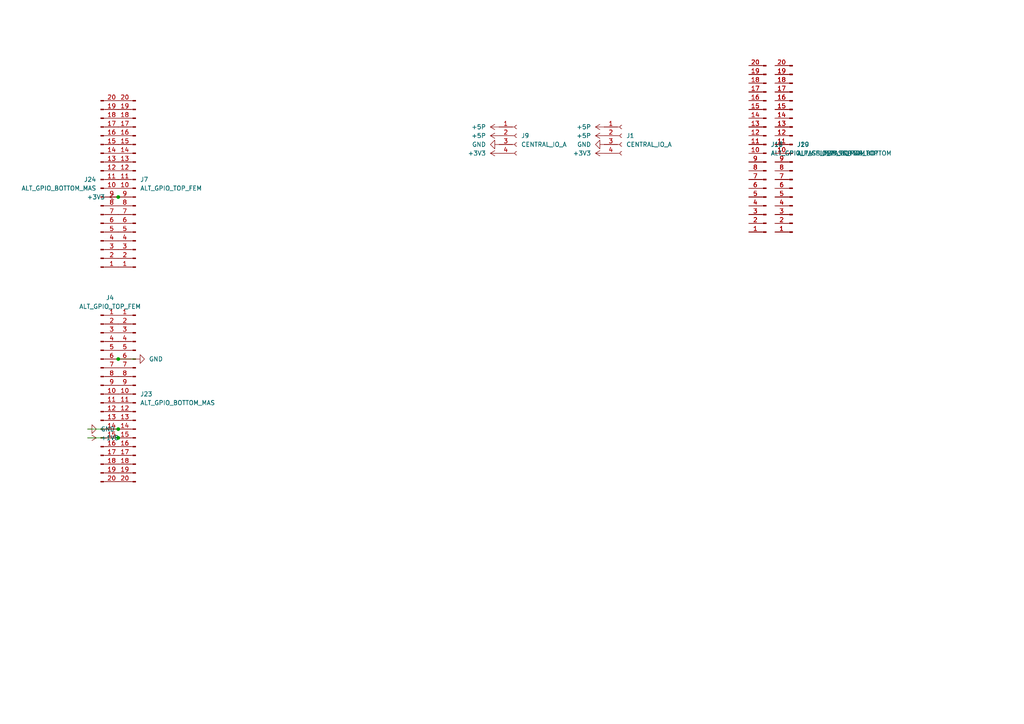
<source format=kicad_sch>
(kicad_sch (version 20210621) (generator eeschema)
  (paper "A4")
  (lib_symbols
    (symbol "Connector:Conn_01x04_Female" (pin_names (offset 1.016) hide)
      (property "Reference" "J" (at 0 5.08 0))
      (property "Value" "Conn_01x04_Female" (at 0 -7.62 0))
      (symbol "Conn_01x04_Female_1_1"
        (arc (start 0 -4.572) (end 0 -5.588) (radius (at 0 -5.08) (length 0.508) (angles 90.1 -90.1)) (stroke (width 0.1524)))
        (arc (start 0 -2.032) (end 0 -3.048) (radius (at 0 -2.54) (length 0.508) (angles 90.1 -90.1)) (stroke (width 0.1524)))
        (arc (start 0 0.508) (end 0 -0.508) (radius (at 0 0) (length 0.508) (angles 90.1 -90.1)) (stroke (width 0.1524)))
        (arc (start 0 3.048) (end 0 2.032) (radius (at 0 2.54) (length 0.508) (angles 90.1 -90.1)) (stroke (width 0.1524)))
        (polyline (pts (xy -1.27 -5.08) (xy -0.508 -5.08)) (stroke (width 0.1524)))
        (polyline (pts (xy -1.27 -2.54) (xy -0.508 -2.54)) (stroke (width 0.1524)))
        (polyline (pts (xy -1.27 0) (xy -0.508 0)) (stroke (width 0.1524)))
        (polyline (pts (xy -1.27 2.54) (xy -0.508 2.54)) (stroke (width 0.1524)))
        (pin passive line (at -5.08 2.54 0) (length 3.81) (name "Pin_1") (number "1"))
        (pin passive line (at -5.08 0 0) (length 3.81) (name "Pin_2") (number "2"))
        (pin passive line (at -5.08 -2.54 0) (length 3.81) (name "Pin_3") (number "3"))
        (pin passive line (at -5.08 -5.08 0) (length 3.81) (name "Pin_4") (number "4"))
      )
    )
    (symbol "Connector:Conn_01x20_Male" (pin_names (offset 1.016) hide)
      (property "Reference" "J" (at 0 25.4 0))
      (property "Value" "Conn_01x20_Male" (at 0 -27.94 0))
      (symbol "Conn_01x20_Male_1_1"
        (rectangle (start 0.8636 -25.273) (end 0 -25.527) (stroke (width 0.1524)) (fill (type outline)))
        (rectangle (start 0.8636 -22.733) (end 0 -22.987) (stroke (width 0.1524)) (fill (type outline)))
        (rectangle (start 0.8636 -20.193) (end 0 -20.447) (stroke (width 0.1524)) (fill (type outline)))
        (rectangle (start 0.8636 -17.653) (end 0 -17.907) (stroke (width 0.1524)) (fill (type outline)))
        (rectangle (start 0.8636 -15.113) (end 0 -15.367) (stroke (width 0.1524)) (fill (type outline)))
        (rectangle (start 0.8636 -12.573) (end 0 -12.827) (stroke (width 0.1524)) (fill (type outline)))
        (rectangle (start 0.8636 -10.033) (end 0 -10.287) (stroke (width 0.1524)) (fill (type outline)))
        (rectangle (start 0.8636 -7.493) (end 0 -7.747) (stroke (width 0.1524)) (fill (type outline)))
        (rectangle (start 0.8636 -4.953) (end 0 -5.207) (stroke (width 0.1524)) (fill (type outline)))
        (rectangle (start 0.8636 -2.413) (end 0 -2.667) (stroke (width 0.1524)) (fill (type outline)))
        (rectangle (start 0.8636 0.127) (end 0 -0.127) (stroke (width 0.1524)) (fill (type outline)))
        (rectangle (start 0.8636 2.667) (end 0 2.413) (stroke (width 0.1524)) (fill (type outline)))
        (rectangle (start 0.8636 5.207) (end 0 4.953) (stroke (width 0.1524)) (fill (type outline)))
        (rectangle (start 0.8636 7.747) (end 0 7.493) (stroke (width 0.1524)) (fill (type outline)))
        (rectangle (start 0.8636 10.287) (end 0 10.033) (stroke (width 0.1524)) (fill (type outline)))
        (rectangle (start 0.8636 12.827) (end 0 12.573) (stroke (width 0.1524)) (fill (type outline)))
        (rectangle (start 0.8636 15.367) (end 0 15.113) (stroke (width 0.1524)) (fill (type outline)))
        (rectangle (start 0.8636 17.907) (end 0 17.653) (stroke (width 0.1524)) (fill (type outline)))
        (rectangle (start 0.8636 20.447) (end 0 20.193) (stroke (width 0.1524)) (fill (type outline)))
        (rectangle (start 0.8636 22.987) (end 0 22.733) (stroke (width 0.1524)) (fill (type outline)))
        (polyline (pts (xy 1.27 -25.4) (xy 0.8636 -25.4)) (stroke (width 0.1524)))
        (polyline (pts (xy 1.27 -22.86) (xy 0.8636 -22.86)) (stroke (width 0.1524)))
        (polyline (pts (xy 1.27 -20.32) (xy 0.8636 -20.32)) (stroke (width 0.1524)))
        (polyline (pts (xy 1.27 -17.78) (xy 0.8636 -17.78)) (stroke (width 0.1524)))
        (polyline (pts (xy 1.27 -15.24) (xy 0.8636 -15.24)) (stroke (width 0.1524)))
        (polyline (pts (xy 1.27 -12.7) (xy 0.8636 -12.7)) (stroke (width 0.1524)))
        (polyline (pts (xy 1.27 -10.16) (xy 0.8636 -10.16)) (stroke (width 0.1524)))
        (polyline (pts (xy 1.27 -7.62) (xy 0.8636 -7.62)) (stroke (width 0.1524)))
        (polyline (pts (xy 1.27 -5.08) (xy 0.8636 -5.08)) (stroke (width 0.1524)))
        (polyline (pts (xy 1.27 -2.54) (xy 0.8636 -2.54)) (stroke (width 0.1524)))
        (polyline (pts (xy 1.27 0) (xy 0.8636 0)) (stroke (width 0.1524)))
        (polyline (pts (xy 1.27 2.54) (xy 0.8636 2.54)) (stroke (width 0.1524)))
        (polyline (pts (xy 1.27 5.08) (xy 0.8636 5.08)) (stroke (width 0.1524)))
        (polyline (pts (xy 1.27 7.62) (xy 0.8636 7.62)) (stroke (width 0.1524)))
        (polyline (pts (xy 1.27 10.16) (xy 0.8636 10.16)) (stroke (width 0.1524)))
        (polyline (pts (xy 1.27 12.7) (xy 0.8636 12.7)) (stroke (width 0.1524)))
        (polyline (pts (xy 1.27 15.24) (xy 0.8636 15.24)) (stroke (width 0.1524)))
        (polyline (pts (xy 1.27 17.78) (xy 0.8636 17.78)) (stroke (width 0.1524)))
        (polyline (pts (xy 1.27 20.32) (xy 0.8636 20.32)) (stroke (width 0.1524)))
        (polyline (pts (xy 1.27 22.86) (xy 0.8636 22.86)) (stroke (width 0.1524)))
        (pin passive line (at 5.08 22.86 180) (length 3.81) (name "Pin_1") (number "1"))
        (pin passive line (at 5.08 0 180) (length 3.81) (name "Pin_10") (number "10"))
        (pin passive line (at 5.08 -2.54 180) (length 3.81) (name "Pin_11") (number "11"))
        (pin passive line (at 5.08 -5.08 180) (length 3.81) (name "Pin_12") (number "12"))
        (pin passive line (at 5.08 -7.62 180) (length 3.81) (name "Pin_13") (number "13"))
        (pin passive line (at 5.08 -10.16 180) (length 3.81) (name "Pin_14") (number "14"))
        (pin passive line (at 5.08 -12.7 180) (length 3.81) (name "Pin_15") (number "15"))
        (pin passive line (at 5.08 -15.24 180) (length 3.81) (name "Pin_16") (number "16"))
        (pin passive line (at 5.08 -17.78 180) (length 3.81) (name "Pin_17") (number "17"))
        (pin passive line (at 5.08 -20.32 180) (length 3.81) (name "Pin_18") (number "18"))
        (pin passive line (at 5.08 -22.86 180) (length 3.81) (name "Pin_19") (number "19"))
        (pin passive line (at 5.08 20.32 180) (length 3.81) (name "Pin_2") (number "2"))
        (pin passive line (at 5.08 -25.4 180) (length 3.81) (name "Pin_20") (number "20"))
        (pin passive line (at 5.08 17.78 180) (length 3.81) (name "Pin_3") (number "3"))
        (pin passive line (at 5.08 15.24 180) (length 3.81) (name "Pin_4") (number "4"))
        (pin passive line (at 5.08 12.7 180) (length 3.81) (name "Pin_5") (number "5"))
        (pin passive line (at 5.08 10.16 180) (length 3.81) (name "Pin_6") (number "6"))
        (pin passive line (at 5.08 7.62 180) (length 3.81) (name "Pin_7") (number "7"))
        (pin passive line (at 5.08 5.08 180) (length 3.81) (name "Pin_8") (number "8"))
        (pin passive line (at 5.08 2.54 180) (length 3.81) (name "Pin_9") (number "9"))
      )
    )
    (symbol "power:+1V8" (power) (pin_names (offset 0))
      (property "Value" "+1V8" (at 0 3.556 0))
      (symbol "+1V8_0_1"
        (polyline (pts (xy -0.762 1.27) (xy 0 2.54)))
        (polyline (pts (xy 0 0) (xy 0 2.54)))
        (polyline (pts (xy 0 2.54) (xy 0.762 1.27)))
      )
      (symbol "+1V8_1_1"
        (pin power_in line (at 0 0 90) (length 0) hide (name "+1V8") (number "1"))
      )
    )
    (symbol "power:+3.3V" (power) (pin_names (offset 0))
      (property "Value" "+3.3V" (at 0 3.556 0))
      (symbol "+3.3V_0_1"
        (polyline (pts (xy -0.762 1.27) (xy 0 2.54)))
        (polyline (pts (xy 0 0) (xy 0 2.54)))
        (polyline (pts (xy 0 2.54) (xy 0.762 1.27)))
      )
      (symbol "+3.3V_1_1"
        (pin power_in line (at 0 0 90) (length 0) hide (name "+3V3") (number "1"))
      )
    )
    (symbol "power:+5P" (power) (pin_names (offset 0))
      (property "Value" "+5P" (at 0 3.556 0))
      (symbol "+5P_0_1"
        (polyline (pts (xy -0.762 1.27) (xy 0 2.54)))
        (polyline (pts (xy 0 0) (xy 0 2.54)))
        (polyline (pts (xy 0 2.54) (xy 0.762 1.27)))
      )
      (symbol "+5P_1_1"
        (pin power_in line (at 0 0 90) (length 0) hide (name "+5P") (number "1"))
      )
    )
    (symbol "power:GND" (power) (pin_names (offset 0))
      (property "Value" "GND" (at 0 -3.81 0))
      (symbol "GND_0_1"
        (polyline (pts (xy 0 0) (xy 0 -1.27) (xy 1.27 -1.27) (xy 0 -2.54) (xy -1.27 -1.27) (xy 0 -1.27)))
      )
      (symbol "GND_1_1"
        (pin power_in line (at 0 0 270) (length 0) hide (name "GND") (number "1"))
      )
    )
  )
  (junction (at 34.29 57.15) (diameter 0.9144))
  (junction (at 34.29 104.14) (diameter 0.9144))
  (junction (at 34.29 124.46) (diameter 0.9144))
  (junction (at 34.29 127) (diameter 0.9144))
  (wire (pts (xy 25.4 124.46) (xy 34.29 124.46)))
  (wire (pts (xy 25.4 127) (xy 34.29 127)))
  (wire (pts (xy 34.29 104.14) (xy 39.37 104.14)))
  (symbol (lib_id "power:+1V8") (at 25.4 127 270) (unit 1)
    (property "Reference" "#PWR010" (effects hide))
    (property "Value" "+1V8" (at 29.21 126.9999 90) (effects (justify left)))
  )
  (symbol (lib_id "power:+3.3V") (at 34.29 57.15 90) (unit 1)
    (property "Reference" "#PWR045" (effects hide))
    (property "Value" "+3.3V" (at 30.48 57.1499 90) (effects (justify left)))
  )
  (symbol (lib_id "power:+5P") (at 144.78 36.83 90) (unit 1)
    (property "Reference" "#PWR0105" (effects hide))
    (property "Value" "+5P" (at 140.97 36.8299 90) (effects (justify left)))
  )
  (symbol (lib_id "power:+5P") (at 144.78 39.37 90) (unit 1)
    (property "Reference" "#PWR048" (effects hide))
    (property "Value" "+5P" (at 140.97 39.3699 90) (effects (justify left)))
  )
  (symbol (lib_id "power:+3.3V") (at 144.78 44.45 90) (unit 1)
    (property "Reference" "#PWR0106" (effects hide))
    (property "Value" "+3.3V" (at 140.97 44.4499 90) (effects (justify left)))
  )
  (symbol (lib_id "power:+5P") (at 175.26 36.83 90) (unit 1)
    (property "Reference" "#PWR0101" (effects hide))
    (property "Value" "+5P" (at 171.45 36.8299 90) (effects (justify left)))
  )
  (symbol (lib_id "power:+5P") (at 175.26 39.37 90) (unit 1)
    (property "Reference" "#PWR0102" (effects hide))
    (property "Value" "+5P" (at 171.45 39.3699 90) (effects (justify left)))
  )
  (symbol (lib_id "power:+3.3V") (at 175.26 44.45 90) (unit 1)
    (property "Reference" "#PWR0103" (effects hide))
    (property "Value" "+3.3V" (at 171.45 44.4499 90) (effects (justify left)))
  )
  (symbol (lib_id "power:GND") (at 25.4 124.46 90) (unit 1)
    (property "Reference" "#PWR09" (effects hide))
    (property "Value" "GND" (at 29.21 124.4599 90) (effects (justify right)))
  )
  (symbol (lib_id "power:GND") (at 39.37 104.14 90) (unit 1)
    (property "Reference" "#PWR016" (effects hide))
    (property "Value" "GND" (at 43.18 104.1399 90) (effects (justify right)))
  )
  (symbol (lib_id "power:GND") (at 144.78 41.91 270) (unit 1)
    (property "Reference" "#PWR049" (effects hide))
    (property "Value" "GND" (at 140.97 41.9099 90) (effects (justify right)))
  )
  (symbol (lib_id "power:GND") (at 175.26 41.91 270) (unit 1)
    (property "Reference" "#PWR0104" (effects hide))
    (property "Value" "GND" (at 171.45 41.9099 90) (effects (justify right)))
  )
  (symbol (lib_id "Connector:Conn_01x04_Female") (at 149.86 39.37 0) (unit 1)
    (property "Reference" "J9" (at 151.13 39.3699 0) (effects (justify left)))
    (property "Value" "CENTRAL_IO_A" (at 151.13 41.9099 0) (effects (justify left)))
    (property "Footprint" "Connector_PinHeader_2.54mm:PinHeader_1x04_P2.54mm_Vertical" (effects hide))
  )
  (symbol (lib_id "Connector:Conn_01x04_Female") (at 180.34 39.37 0) (unit 1)
    (property "Reference" "J1" (at 181.61 39.3699 0) (effects (justify left)))
    (property "Value" "CENTRAL_IO_A" (at 181.61 41.9099 0) (effects (justify left)))
    (property "Footprint" "Connector_PinHeader_2.54mm:PinHeader_1x04_P2.54mm_Vertical" (effects hide))
  )
  (symbol (lib_id "Connector:Conn_01x20_Male") (at 29.21 54.61 0) (mirror x) (unit 1)
    (property "Reference" "J24" (at 27.94 52.0699 0) (effects (justify right)))
    (property "Value" "ALT_GPIO_BOTTOM_MAS" (at 27.94 54.6099 0) (effects (justify right)))
    (property "Footprint" "LibsCustom:10132798-022100LF" (effects hide))
  )
  (symbol (lib_id "Connector:Conn_01x20_Male") (at 29.21 114.3 0) (unit 1)
    (property "Reference" "J4" (at 31.9024 86.36 0))
    (property "Value" "ALT_GPIO_TOP_FEM" (at 31.9024 88.9 0))
    (property "Footprint" "LibsCustom:10132797-021100LF" (effects hide))
  )
  (symbol (lib_id "Connector:Conn_01x20_Male") (at 39.37 54.61 180) (unit 1)
    (property "Reference" "J7" (at 40.64 52.0699 0) (effects (justify right)))
    (property "Value" "ALT_GPIO_TOP_FEM" (at 40.64 54.6099 0) (effects (justify right)))
    (property "Footprint" "LibsCustom:10132797-021100LF" (effects hide))
  )
  (symbol (lib_id "Connector:Conn_01x20_Male") (at 39.37 114.3 0) (mirror y) (unit 1)
    (property "Reference" "J23" (at 40.64 114.2999 0) (effects (justify right)))
    (property "Value" "ALT_GPIO_BOTTOM_MAS" (at 40.64 116.8399 0) (effects (justify right)))
    (property "Footprint" "LibsCustom:10132798-022100LF" (effects hide))
  )
  (symbol (lib_id "Connector:Conn_01x20_Male") (at 222.25 44.45 180) (unit 1)
    (property "Reference" "J16" (at 223.52 41.9099 0) (effects (justify right)))
    (property "Value" "ALT_GPIO_PASS_FEM_TOP" (at 223.52 44.4499 0) (effects (justify right)))
    (property "Footprint" "LibsCustom:10132797-021100LF" (effects hide))
  )
  (symbol (lib_id "Connector:Conn_01x20_Male") (at 222.25 44.45 180) (unit 1)
    (property "Reference" "J17" (at 223.52 41.9099 0) (effects (justify right)))
    (property "Value" "ALT_GPIO_PASS_MAS_BOTTOM" (at 223.52 44.4499 0) (effects (justify right)))
    (property "Footprint" "LibsCustom:10132798-022100LF" (effects hide))
  )
  (symbol (lib_id "Connector:Conn_01x20_Male") (at 229.87 44.45 180) (unit 1)
    (property "Reference" "J19" (at 231.14 41.9099 0) (effects (justify right)))
    (property "Value" "ALT_GPIO_PASS_MAS_BOTTOM" (at 231.14 44.4499 0) (effects (justify right)))
    (property "Footprint" "LibsCustom:10132798-022100LF" (effects hide))
  )
  (symbol (lib_id "Connector:Conn_01x20_Male") (at 229.87 44.45 180) (unit 1)
    (property "Reference" "J20" (at 231.14 41.9099 0) (effects (justify right)))
    (property "Value" "ALT_GPIO_PASS_FEM_TOP" (at 231.14 44.4499 0) (effects (justify right)))
    (property "Footprint" "LibsCustom:10132797-021100LF" (effects hide))
  )
)
</source>
